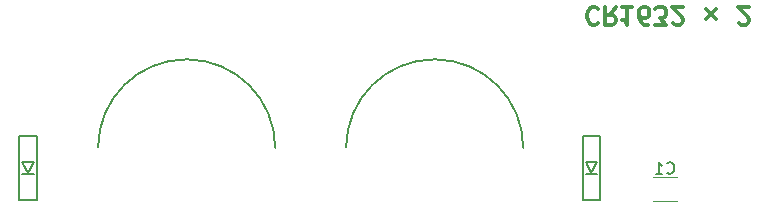
<source format=gbr>
G04 #@! TF.GenerationSoftware,KiCad,Pcbnew,(5.1.5)-3*
G04 #@! TF.CreationDate,2021-03-06T01:55:08+09:00*
G04 #@! TF.ProjectId,Getta25,47657474-6132-4352-9e6b-696361645f70,rev?*
G04 #@! TF.SameCoordinates,Original*
G04 #@! TF.FileFunction,Legend,Bot*
G04 #@! TF.FilePolarity,Positive*
%FSLAX46Y46*%
G04 Gerber Fmt 4.6, Leading zero omitted, Abs format (unit mm)*
G04 Created by KiCad (PCBNEW (5.1.5)-3) date 2021-03-06 01:55:08*
%MOMM*%
%LPD*%
G04 APERTURE LIST*
%ADD10C,0.300000*%
%ADD11C,0.120000*%
%ADD12C,0.150000*%
G04 APERTURE END LIST*
D10*
X87821428Y-12214285D02*
X87750000Y-12142857D01*
X87535714Y-12071428D01*
X87392857Y-12071428D01*
X87178571Y-12142857D01*
X87035714Y-12285714D01*
X86964285Y-12428571D01*
X86892857Y-12714285D01*
X86892857Y-12928571D01*
X86964285Y-13214285D01*
X87035714Y-13357142D01*
X87178571Y-13500000D01*
X87392857Y-13571428D01*
X87535714Y-13571428D01*
X87750000Y-13500000D01*
X87821428Y-13428571D01*
X89321428Y-12071428D02*
X88821428Y-12785714D01*
X88464285Y-12071428D02*
X88464285Y-13571428D01*
X89035714Y-13571428D01*
X89178571Y-13500000D01*
X89250000Y-13428571D01*
X89321428Y-13285714D01*
X89321428Y-13071428D01*
X89250000Y-12928571D01*
X89178571Y-12857142D01*
X89035714Y-12785714D01*
X88464285Y-12785714D01*
X90750000Y-12071428D02*
X89892857Y-12071428D01*
X90321428Y-12071428D02*
X90321428Y-13571428D01*
X90178571Y-13357142D01*
X90035714Y-13214285D01*
X89892857Y-13142857D01*
X92035714Y-13571428D02*
X91750000Y-13571428D01*
X91607142Y-13500000D01*
X91535714Y-13428571D01*
X91392857Y-13214285D01*
X91321428Y-12928571D01*
X91321428Y-12357142D01*
X91392857Y-12214285D01*
X91464285Y-12142857D01*
X91607142Y-12071428D01*
X91892857Y-12071428D01*
X92035714Y-12142857D01*
X92107142Y-12214285D01*
X92178571Y-12357142D01*
X92178571Y-12714285D01*
X92107142Y-12857142D01*
X92035714Y-12928571D01*
X91892857Y-13000000D01*
X91607142Y-13000000D01*
X91464285Y-12928571D01*
X91392857Y-12857142D01*
X91321428Y-12714285D01*
X92678571Y-13571428D02*
X93607142Y-13571428D01*
X93107142Y-13000000D01*
X93321428Y-13000000D01*
X93464285Y-12928571D01*
X93535714Y-12857142D01*
X93607142Y-12714285D01*
X93607142Y-12357142D01*
X93535714Y-12214285D01*
X93464285Y-12142857D01*
X93321428Y-12071428D01*
X92892857Y-12071428D01*
X92750000Y-12142857D01*
X92678571Y-12214285D01*
X94178571Y-13428571D02*
X94250000Y-13500000D01*
X94392857Y-13571428D01*
X94750000Y-13571428D01*
X94892857Y-13500000D01*
X94964285Y-13428571D01*
X95035714Y-13285714D01*
X95035714Y-13142857D01*
X94964285Y-12928571D01*
X94107142Y-12071428D01*
X95035714Y-12071428D01*
X96964285Y-13071428D02*
X97821428Y-12214285D01*
X97821428Y-13071428D02*
X96964285Y-12214285D01*
X99750000Y-13428571D02*
X99821428Y-13500000D01*
X99964285Y-13571428D01*
X100321428Y-13571428D01*
X100464285Y-13500000D01*
X100535714Y-13428571D01*
X100607142Y-13285714D01*
X100607142Y-13142857D01*
X100535714Y-12928571D01*
X99678571Y-12071428D01*
X100607142Y-12071428D01*
D11*
X92500000Y-26487500D02*
X94500000Y-26487500D01*
X94500000Y-28527500D02*
X92500000Y-28527500D01*
D12*
X45500183Y-23947641D02*
G75*
G02X60500000Y-24000000I7499817J-52359D01*
G01*
X88025000Y-23025000D02*
X86525000Y-23025000D01*
X88025000Y-28425000D02*
X88025000Y-23025000D01*
X86525000Y-28425000D02*
X88025000Y-28425000D01*
X86525000Y-23025000D02*
X86525000Y-28425000D01*
X87775000Y-25225000D02*
X87275000Y-26125000D01*
X86775000Y-25225000D02*
X87775000Y-25225000D01*
X87275000Y-26125000D02*
X86775000Y-25225000D01*
X86775000Y-26225000D02*
X87775000Y-26225000D01*
X40325000Y-23025000D02*
X38825000Y-23025000D01*
X40325000Y-28425000D02*
X40325000Y-23025000D01*
X38825000Y-28425000D02*
X40325000Y-28425000D01*
X38825000Y-23025000D02*
X38825000Y-28425000D01*
X40075000Y-25225000D02*
X39575000Y-26125000D01*
X39075000Y-25225000D02*
X40075000Y-25225000D01*
X39575000Y-26125000D02*
X39075000Y-25225000D01*
X39075000Y-26225000D02*
X40075000Y-26225000D01*
X66500183Y-23947641D02*
G75*
G02X81500000Y-24000000I7499817J-52359D01*
G01*
X93666666Y-26114642D02*
X93714285Y-26162261D01*
X93857142Y-26209880D01*
X93952380Y-26209880D01*
X94095238Y-26162261D01*
X94190476Y-26067023D01*
X94238095Y-25971785D01*
X94285714Y-25781309D01*
X94285714Y-25638452D01*
X94238095Y-25447976D01*
X94190476Y-25352738D01*
X94095238Y-25257500D01*
X93952380Y-25209880D01*
X93857142Y-25209880D01*
X93714285Y-25257500D01*
X93666666Y-25305119D01*
X92714285Y-26209880D02*
X93285714Y-26209880D01*
X93000000Y-26209880D02*
X93000000Y-25209880D01*
X93095238Y-25352738D01*
X93190476Y-25447976D01*
X93285714Y-25495595D01*
M02*

</source>
